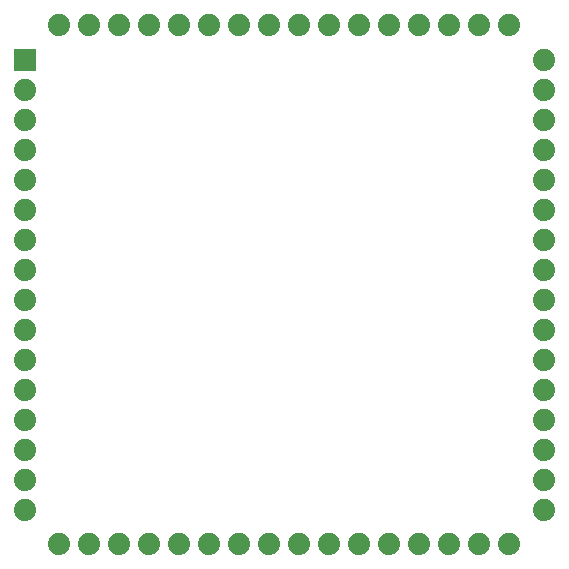
<source format=gbl>
G75*
%MOIN*%
%OFA0B0*%
%FSLAX25Y25*%
%IPPOS*%
%LPD*%
%AMOC8*
5,1,8,0,0,1.08239X$1,22.5*
%
%ADD10R,0.07400X0.07400*%
%ADD11C,0.07400*%
D10*
X0006906Y0168520D03*
D11*
X0006906Y0018520D03*
X0006906Y0028520D03*
X0006906Y0038520D03*
X0006906Y0048520D03*
X0006906Y0058520D03*
X0006906Y0068520D03*
X0006906Y0078520D03*
X0006906Y0088520D03*
X0006906Y0098520D03*
X0006906Y0108520D03*
X0006906Y0118520D03*
X0006906Y0128520D03*
X0006906Y0138520D03*
X0006906Y0148520D03*
X0006906Y0158520D03*
X0018520Y0180134D03*
X0028520Y0180134D03*
X0038520Y0180134D03*
X0048520Y0180134D03*
X0058520Y0180134D03*
X0068520Y0180134D03*
X0078520Y0180134D03*
X0088520Y0180134D03*
X0098520Y0180134D03*
X0108520Y0180134D03*
X0118520Y0180134D03*
X0128520Y0180134D03*
X0138520Y0180134D03*
X0148520Y0180134D03*
X0158520Y0180134D03*
X0168520Y0180134D03*
X0180134Y0168520D03*
X0180134Y0158520D03*
X0180134Y0148520D03*
X0180134Y0138520D03*
X0180134Y0128520D03*
X0180134Y0118520D03*
X0180134Y0108520D03*
X0180134Y0098520D03*
X0180134Y0088520D03*
X0180134Y0078520D03*
X0180134Y0068520D03*
X0180134Y0058520D03*
X0180134Y0048520D03*
X0180134Y0038520D03*
X0180134Y0028520D03*
X0180134Y0018520D03*
X0168520Y0006906D03*
X0158520Y0006906D03*
X0148520Y0006906D03*
X0138520Y0006906D03*
X0128520Y0006906D03*
X0118520Y0006906D03*
X0108520Y0006906D03*
X0098520Y0006906D03*
X0088520Y0006906D03*
X0078520Y0006906D03*
X0068520Y0006906D03*
X0058520Y0006906D03*
X0048520Y0006906D03*
X0038520Y0006906D03*
X0028520Y0006906D03*
X0018520Y0006906D03*
M02*

</source>
